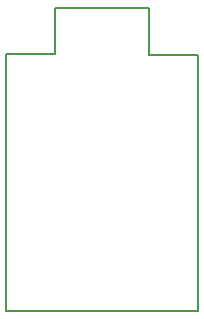
<source format=gbr>
G04 #@! TF.GenerationSoftware,KiCad,Pcbnew,5.0.2+dfsg1-1~bpo9+1*
G04 #@! TF.CreationDate,2020-11-29T19:27:56+00:00*
G04 #@! TF.ProjectId,tiny_glowstick,74696e79-5f67-46c6-9f77-737469636b2e,rev?*
G04 #@! TF.SameCoordinates,Original*
G04 #@! TF.FileFunction,Profile,NP*
%FSLAX46Y46*%
G04 Gerber Fmt 4.6, Leading zero omitted, Abs format (unit mm)*
G04 Created by KiCad (PCBNEW 5.0.2+dfsg1-1~bpo9+1) date Sun 29 Nov 2020 19:27:56 GMT*
%MOMM*%
%LPD*%
G01*
G04 APERTURE LIST*
%ADD10C,0.150000*%
G04 APERTURE END LIST*
D10*
X145034000Y-61734700D02*
X145034000Y-83400900D01*
X128739900Y-61709300D02*
X128739900Y-83400900D01*
X132905500Y-57797700D02*
X140855700Y-57797700D01*
X132905500Y-61709300D02*
X132905500Y-57797700D01*
X140855700Y-61734700D02*
X140855700Y-57823100D01*
X145034000Y-61734700D02*
X140868400Y-61734700D01*
X132905500Y-61709300D02*
X128739900Y-61709300D01*
X128739900Y-83400900D02*
X145034000Y-83400900D01*
M02*

</source>
